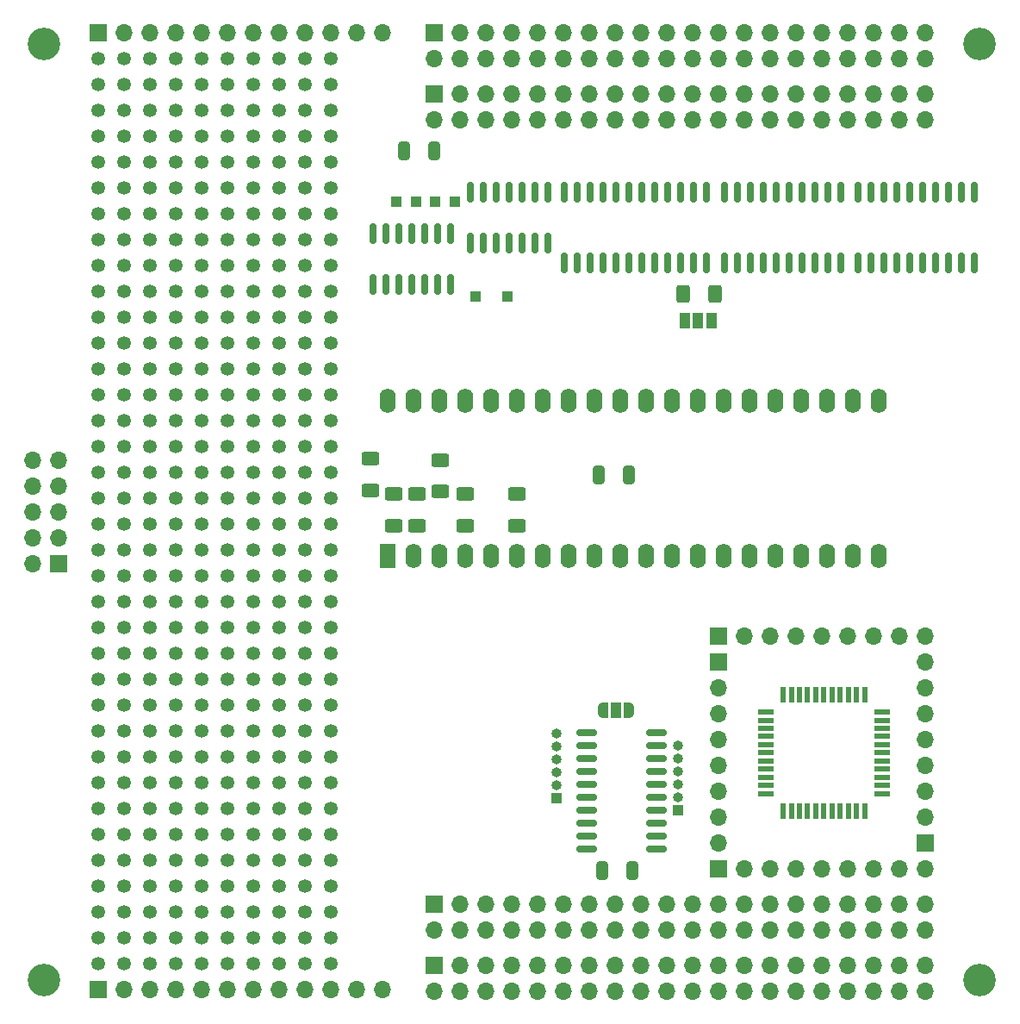
<source format=gbr>
%TF.GenerationSoftware,KiCad,Pcbnew,7.0.5-7.0.5~ubuntu20.04.1*%
%TF.CreationDate,2023-07-18T13:55:01+02:00*%
%TF.ProjectId,CPU6502_6802,43505536-3530-4325-9f36-3830322e6b69,rev?*%
%TF.SameCoordinates,Original*%
%TF.FileFunction,Soldermask,Top*%
%TF.FilePolarity,Negative*%
%FSLAX46Y46*%
G04 Gerber Fmt 4.6, Leading zero omitted, Abs format (unit mm)*
G04 Created by KiCad (PCBNEW 7.0.5-7.0.5~ubuntu20.04.1) date 2023-07-18 13:55:01*
%MOMM*%
%LPD*%
G01*
G04 APERTURE LIST*
G04 Aperture macros list*
%AMRoundRect*
0 Rectangle with rounded corners*
0 $1 Rounding radius*
0 $2 $3 $4 $5 $6 $7 $8 $9 X,Y pos of 4 corners*
0 Add a 4 corners polygon primitive as box body*
4,1,4,$2,$3,$4,$5,$6,$7,$8,$9,$2,$3,0*
0 Add four circle primitives for the rounded corners*
1,1,$1+$1,$2,$3*
1,1,$1+$1,$4,$5*
1,1,$1+$1,$6,$7*
1,1,$1+$1,$8,$9*
0 Add four rect primitives between the rounded corners*
20,1,$1+$1,$2,$3,$4,$5,0*
20,1,$1+$1,$4,$5,$6,$7,0*
20,1,$1+$1,$6,$7,$8,$9,0*
20,1,$1+$1,$8,$9,$2,$3,0*%
%AMFreePoly0*
4,1,19,0.550000,-0.750000,0.000000,-0.750000,0.000000,-0.744911,-0.071157,-0.744911,-0.207708,-0.704816,-0.327430,-0.627875,-0.420627,-0.520320,-0.479746,-0.390866,-0.500000,-0.250000,-0.500000,0.250000,-0.479746,0.390866,-0.420627,0.520320,-0.327430,0.627875,-0.207708,0.704816,-0.071157,0.744911,0.000000,0.744911,0.000000,0.750000,0.550000,0.750000,0.550000,-0.750000,0.550000,-0.750000,
$1*%
%AMFreePoly1*
4,1,19,0.000000,0.744911,0.071157,0.744911,0.207708,0.704816,0.327430,0.627875,0.420627,0.520320,0.479746,0.390866,0.500000,0.250000,0.500000,-0.250000,0.479746,-0.390866,0.420627,-0.520320,0.327430,-0.627875,0.207708,-0.704816,0.071157,-0.744911,0.000000,-0.744911,0.000000,-0.750000,-0.550000,-0.750000,-0.550000,0.750000,0.000000,0.750000,0.000000,0.744911,0.000000,0.744911,
$1*%
G04 Aperture macros list end*
%ADD10RoundRect,0.250000X-0.325000X-0.650000X0.325000X-0.650000X0.325000X0.650000X-0.325000X0.650000X0*%
%ADD11R,1.000000X1.000000*%
%ADD12R,1.700000X1.700000*%
%ADD13O,1.700000X1.700000*%
%ADD14RoundRect,0.150000X0.150000X-0.837500X0.150000X0.837500X-0.150000X0.837500X-0.150000X-0.837500X0*%
%ADD15C,1.350000*%
%ADD16RoundRect,0.150000X-0.150000X0.837500X-0.150000X-0.837500X0.150000X-0.837500X0.150000X0.837500X0*%
%ADD17O,1.000000X1.000000*%
%ADD18RoundRect,0.250000X-0.625000X0.400000X-0.625000X-0.400000X0.625000X-0.400000X0.625000X0.400000X0*%
%ADD19RoundRect,0.250000X0.625000X-0.400000X0.625000X0.400000X-0.625000X0.400000X-0.625000X-0.400000X0*%
%ADD20RoundRect,0.250000X0.325000X0.650000X-0.325000X0.650000X-0.325000X-0.650000X0.325000X-0.650000X0*%
%ADD21RoundRect,0.150000X0.837500X0.150000X-0.837500X0.150000X-0.837500X-0.150000X0.837500X-0.150000X0*%
%ADD22R,1.600000X2.400000*%
%ADD23O,1.600000X2.400000*%
%ADD24FreePoly0,180.000000*%
%ADD25R,1.000000X1.500000*%
%ADD26FreePoly1,180.000000*%
%ADD27RoundRect,0.150000X0.150000X-0.825000X0.150000X0.825000X-0.150000X0.825000X-0.150000X-0.825000X0*%
%ADD28C,3.200000*%
%ADD29RoundRect,0.250000X0.400000X0.625000X-0.400000X0.625000X-0.400000X-0.625000X0.400000X-0.625000X0*%
%ADD30R,0.550000X1.500000*%
%ADD31R,1.500000X0.550000*%
G04 APERTURE END LIST*
D10*
%TO.C,C5*%
X155878000Y-91694000D03*
X158828000Y-91694000D03*
%TD*%
D11*
%TO.C,J10*%
X146939000Y-74168000D03*
%TD*%
D12*
%TO.C,J8*%
X167640000Y-130389005D03*
D13*
X170180000Y-130389005D03*
X172720000Y-130389005D03*
X175260000Y-130389005D03*
X177800000Y-130389005D03*
X180340000Y-130389005D03*
X182880000Y-130389005D03*
X185420000Y-130389005D03*
X187960000Y-130389005D03*
%TD*%
D14*
%TO.C,U2*%
X168249600Y-70866000D03*
X169519600Y-70866000D03*
X170789600Y-70866000D03*
X172059600Y-70866000D03*
X173329600Y-70866000D03*
X174599600Y-70866000D03*
X175869600Y-70866000D03*
X177139600Y-70866000D03*
X178409600Y-70866000D03*
X179679600Y-70866000D03*
X179679600Y-63941000D03*
X178409600Y-63941000D03*
X177139600Y-63941000D03*
X175869600Y-63941000D03*
X174599600Y-63941000D03*
X173329600Y-63941000D03*
X172059600Y-63941000D03*
X170789600Y-63941000D03*
X169519600Y-63941000D03*
X168249600Y-63941000D03*
%TD*%
D15*
%TO.C,J26*%
X129540000Y-139700000D03*
X129540000Y-137160000D03*
X129540000Y-134620000D03*
X129540000Y-132080000D03*
X129540000Y-129540000D03*
X129540000Y-127000000D03*
X129540000Y-124460000D03*
X129540000Y-121920000D03*
X129540000Y-119380000D03*
X129540000Y-116840000D03*
X129540000Y-114300000D03*
X129540000Y-111760000D03*
X129540000Y-109220000D03*
X129540000Y-106680000D03*
X129540000Y-104140000D03*
X129540000Y-101600000D03*
X129540000Y-99060000D03*
X129540000Y-96520000D03*
X129540000Y-93980000D03*
X129540000Y-91440000D03*
X129540000Y-88900000D03*
X129540000Y-86360000D03*
X129540000Y-83820000D03*
X129540000Y-81280000D03*
X129540000Y-78740000D03*
X129540000Y-76200000D03*
X129540000Y-73660000D03*
X129540000Y-71120000D03*
X129540000Y-68580000D03*
X129540000Y-66040000D03*
X129540000Y-63500000D03*
X129540000Y-60960000D03*
X129540000Y-58420000D03*
X129540000Y-55880000D03*
X129540000Y-53340000D03*
X129540000Y-50800000D03*
X127000000Y-50800000D03*
X127000000Y-53340000D03*
X127000000Y-55880000D03*
X127000000Y-58420000D03*
X127000000Y-60960000D03*
X127000000Y-63500000D03*
X127000000Y-66040000D03*
X127000000Y-68580000D03*
X127000000Y-71120000D03*
X127000000Y-73660000D03*
X127000000Y-76200000D03*
X127000000Y-78740000D03*
X127000000Y-81280000D03*
X127000000Y-83820000D03*
X127000000Y-86360000D03*
X127000000Y-88900000D03*
X127000000Y-91440000D03*
X127000000Y-93980000D03*
X127000000Y-96520000D03*
X127000000Y-99060000D03*
X127000000Y-101600000D03*
X127000000Y-104140000D03*
X127000000Y-106680000D03*
X127000000Y-109220000D03*
X127000000Y-111760000D03*
X127000000Y-114300000D03*
X127000000Y-116840000D03*
X127000000Y-119380000D03*
X127000000Y-121920000D03*
X127000000Y-124460000D03*
X127000000Y-127000000D03*
X127000000Y-129540000D03*
X127000000Y-132080000D03*
X127000000Y-134620000D03*
X127000000Y-137160000D03*
X127000000Y-139700000D03*
%TD*%
D12*
%TO.C,J1*%
X139700000Y-48303005D03*
D13*
X139700000Y-50843005D03*
X142240000Y-48303005D03*
X142240000Y-50843005D03*
X144780000Y-48303005D03*
X144780000Y-50843005D03*
X147320000Y-48303005D03*
X147320000Y-50843005D03*
X149860000Y-48303005D03*
X149860000Y-50843005D03*
X152400000Y-48303005D03*
X152400000Y-50843005D03*
X154940000Y-48303005D03*
X154940000Y-50843005D03*
X157480000Y-48303005D03*
X157480000Y-50843005D03*
X160020000Y-48303005D03*
X160020000Y-50843005D03*
X162560000Y-48303005D03*
X162560000Y-50843005D03*
X165100000Y-48303005D03*
X165100000Y-50843005D03*
X167640000Y-48303005D03*
X167640000Y-50843005D03*
X170180000Y-48303005D03*
X170180000Y-50843005D03*
X172720000Y-48303005D03*
X172720000Y-50843005D03*
X175260000Y-48303005D03*
X175260000Y-50843005D03*
X177800000Y-48303005D03*
X177800000Y-50843005D03*
X180340000Y-48303005D03*
X180340000Y-50843005D03*
X182880000Y-48303005D03*
X182880000Y-50843005D03*
X185420000Y-48303005D03*
X185420000Y-50843005D03*
X187960000Y-48303005D03*
X187960000Y-50843005D03*
%TD*%
D14*
%TO.C,U3*%
X181406800Y-70849800D03*
X182676800Y-70849800D03*
X183946800Y-70849800D03*
X185216800Y-70849800D03*
X186486800Y-70849800D03*
X187756800Y-70849800D03*
X189026800Y-70849800D03*
X190296800Y-70849800D03*
X191566800Y-70849800D03*
X192836800Y-70849800D03*
X192836800Y-63924800D03*
X191566800Y-63924800D03*
X190296800Y-63924800D03*
X189026800Y-63924800D03*
X187756800Y-63924800D03*
X186486800Y-63924800D03*
X185216800Y-63924800D03*
X183946800Y-63924800D03*
X182676800Y-63924800D03*
X181406800Y-63924800D03*
%TD*%
D16*
%TO.C,U5*%
X166522400Y-63957200D03*
X165252400Y-63957200D03*
X163982400Y-63957200D03*
X162712400Y-63957200D03*
X161442400Y-63957200D03*
X160172400Y-63957200D03*
X158902400Y-63957200D03*
X157632400Y-63957200D03*
X156362400Y-63957200D03*
X155092400Y-63957200D03*
X153822400Y-63957200D03*
X152552400Y-63957200D03*
X152552400Y-70882200D03*
X153822400Y-70882200D03*
X155092400Y-70882200D03*
X156362400Y-70882200D03*
X157632400Y-70882200D03*
X158902400Y-70882200D03*
X160172400Y-70882200D03*
X161442400Y-70882200D03*
X162712400Y-70882200D03*
X163982400Y-70882200D03*
X165252400Y-70882200D03*
X166522400Y-70882200D03*
%TD*%
D11*
%TO.C,J31*%
X163677600Y-124663200D03*
D17*
X163677600Y-123393200D03*
X163677600Y-122123200D03*
X163677600Y-120853200D03*
X163677600Y-119583200D03*
X163677600Y-118313200D03*
%TD*%
D18*
%TO.C,R3*%
X138049000Y-93573000D03*
X138049000Y-96673000D03*
%TD*%
D19*
%TO.C,R4*%
X133477000Y-93218000D03*
X133477000Y-90118000D03*
%TD*%
D12*
%TO.C,J5*%
X167640000Y-107529005D03*
D13*
X170180000Y-107529005D03*
X172720000Y-107529005D03*
X175260000Y-107529005D03*
X177800000Y-107529005D03*
X180340000Y-107529005D03*
X182880000Y-107529005D03*
X185420000Y-107529005D03*
X187960000Y-107529005D03*
%TD*%
D12*
%TO.C,J4*%
X139700000Y-133849005D03*
D13*
X139700000Y-136389005D03*
X142240000Y-133849005D03*
X142240000Y-136389005D03*
X144780000Y-133849005D03*
X144780000Y-136389005D03*
X147320000Y-133849005D03*
X147320000Y-136389005D03*
X149860000Y-133849005D03*
X149860000Y-136389005D03*
X152400000Y-133849005D03*
X152400000Y-136389005D03*
X154940000Y-133849005D03*
X154940000Y-136389005D03*
X157480000Y-133849005D03*
X157480000Y-136389005D03*
X160020000Y-133849005D03*
X160020000Y-136389005D03*
X162560000Y-133849005D03*
X162560000Y-136389005D03*
X165100000Y-133849005D03*
X165100000Y-136389005D03*
X167640000Y-133849005D03*
X167640000Y-136389005D03*
X170180000Y-133849005D03*
X170180000Y-136389005D03*
X172720000Y-133849005D03*
X172720000Y-136389005D03*
X175260000Y-133849005D03*
X175260000Y-136389005D03*
X177800000Y-133849005D03*
X177800000Y-136389005D03*
X180340000Y-133849005D03*
X180340000Y-136389005D03*
X182880000Y-133849005D03*
X182880000Y-136389005D03*
X185420000Y-133849005D03*
X185420000Y-136389005D03*
X187960000Y-133849005D03*
X187960000Y-136389005D03*
%TD*%
D20*
%TO.C,C4*%
X159210800Y-130606800D03*
X156260800Y-130606800D03*
%TD*%
D15*
%TO.C,J24*%
X119380000Y-139700000D03*
X119380000Y-137160000D03*
X119380000Y-134620000D03*
X119380000Y-132080000D03*
X119380000Y-129540000D03*
X119380000Y-127000000D03*
X119380000Y-124460000D03*
X119380000Y-121920000D03*
X119380000Y-119380000D03*
X119380000Y-116840000D03*
X119380000Y-114300000D03*
X119380000Y-111760000D03*
X119380000Y-109220000D03*
X119380000Y-106680000D03*
X119380000Y-104140000D03*
X119380000Y-101600000D03*
X119380000Y-99060000D03*
X119380000Y-96520000D03*
X119380000Y-93980000D03*
X119380000Y-91440000D03*
X119380000Y-88900000D03*
X119380000Y-86360000D03*
X119380000Y-83820000D03*
X119380000Y-81280000D03*
X119380000Y-78740000D03*
X119380000Y-76200000D03*
X119380000Y-73660000D03*
X119380000Y-71120000D03*
X119380000Y-68580000D03*
X119380000Y-66040000D03*
X119380000Y-63500000D03*
X119380000Y-60960000D03*
X119380000Y-58420000D03*
X119380000Y-55880000D03*
X119380000Y-53340000D03*
X119380000Y-50800000D03*
X116840000Y-50800000D03*
X116840000Y-53340000D03*
X116840000Y-55880000D03*
X116840000Y-58420000D03*
X116840000Y-60960000D03*
X116840000Y-63500000D03*
X116840000Y-66040000D03*
X116840000Y-68580000D03*
X116840000Y-71120000D03*
X116840000Y-73660000D03*
X116840000Y-76200000D03*
X116840000Y-78740000D03*
X116840000Y-81280000D03*
X116840000Y-83820000D03*
X116840000Y-86360000D03*
X116840000Y-88900000D03*
X116840000Y-91440000D03*
X116840000Y-93980000D03*
X116840000Y-96520000D03*
X116840000Y-99060000D03*
X116840000Y-101600000D03*
X116840000Y-104140000D03*
X116840000Y-106680000D03*
X116840000Y-109220000D03*
X116840000Y-111760000D03*
X116840000Y-114300000D03*
X116840000Y-116840000D03*
X116840000Y-119380000D03*
X116840000Y-121920000D03*
X116840000Y-124460000D03*
X116840000Y-127000000D03*
X116840000Y-129540000D03*
X116840000Y-132080000D03*
X116840000Y-134620000D03*
X116840000Y-137160000D03*
X116840000Y-139700000D03*
%TD*%
D21*
%TO.C,U6*%
X161611000Y-128473200D03*
X161611000Y-127203200D03*
X161611000Y-125933200D03*
X161611000Y-124663200D03*
X161611000Y-123393200D03*
X161611000Y-122123200D03*
X161611000Y-120853200D03*
X161611000Y-119583200D03*
X161611000Y-118313200D03*
X161611000Y-117043200D03*
X154686000Y-117043200D03*
X154686000Y-118313200D03*
X154686000Y-119583200D03*
X154686000Y-120853200D03*
X154686000Y-122123200D03*
X154686000Y-123393200D03*
X154686000Y-124663200D03*
X154686000Y-125933200D03*
X154686000Y-127203200D03*
X154686000Y-128473200D03*
%TD*%
D22*
%TO.C,U7*%
X135128000Y-99695000D03*
D23*
X137668000Y-99695000D03*
X140208000Y-99695000D03*
X142748000Y-99695000D03*
X145288000Y-99695000D03*
X147828000Y-99695000D03*
X150368000Y-99695000D03*
X152908000Y-99695000D03*
X155448000Y-99695000D03*
X157988000Y-99695000D03*
X160528000Y-99695000D03*
X163068000Y-99695000D03*
X165608000Y-99695000D03*
X168148000Y-99695000D03*
X170688000Y-99695000D03*
X173228000Y-99695000D03*
X175768000Y-99695000D03*
X178308000Y-99695000D03*
X180848000Y-99695000D03*
X183388000Y-99695000D03*
X183388000Y-84455000D03*
X180848000Y-84455000D03*
X178308000Y-84455000D03*
X175768000Y-84455000D03*
X173228000Y-84455000D03*
X170688000Y-84455000D03*
X168148000Y-84455000D03*
X165608000Y-84455000D03*
X163068000Y-84455000D03*
X160528000Y-84455000D03*
X157988000Y-84455000D03*
X155448000Y-84455000D03*
X152908000Y-84455000D03*
X150368000Y-84455000D03*
X147828000Y-84455000D03*
X145288000Y-84455000D03*
X142748000Y-84455000D03*
X140208000Y-84455000D03*
X137668000Y-84455000D03*
X135128000Y-84455000D03*
%TD*%
D11*
%TO.C,J11*%
X143764000Y-74168000D03*
%TD*%
D24*
%TO.C,JP7*%
X158907000Y-114808000D03*
D25*
X157607000Y-114808000D03*
D26*
X156307000Y-114808000D03*
%TD*%
D11*
%TO.C,J15*%
X137922000Y-64897000D03*
%TD*%
D12*
%TO.C,J20*%
X106680000Y-142240000D03*
D13*
X109220000Y-142240000D03*
X111760000Y-142240000D03*
X114300000Y-142240000D03*
X116840000Y-142240000D03*
X119380000Y-142240000D03*
X121920000Y-142240000D03*
X124460000Y-142240000D03*
X127000000Y-142240000D03*
X129540000Y-142240000D03*
X132080000Y-142240000D03*
X134620000Y-142240000D03*
%TD*%
D15*
%TO.C,J25*%
X124460000Y-139700000D03*
X124460000Y-137160000D03*
X124460000Y-134620000D03*
X124460000Y-132080000D03*
X124460000Y-129540000D03*
X124460000Y-127000000D03*
X124460000Y-124460000D03*
X124460000Y-121920000D03*
X124460000Y-119380000D03*
X124460000Y-116840000D03*
X124460000Y-114300000D03*
X124460000Y-111760000D03*
X124460000Y-109220000D03*
X124460000Y-106680000D03*
X124460000Y-104140000D03*
X124460000Y-101600000D03*
X124460000Y-99060000D03*
X124460000Y-96520000D03*
X124460000Y-93980000D03*
X124460000Y-91440000D03*
X124460000Y-88900000D03*
X124460000Y-86360000D03*
X124460000Y-83820000D03*
X124460000Y-81280000D03*
X124460000Y-78740000D03*
X124460000Y-76200000D03*
X124460000Y-73660000D03*
X124460000Y-71120000D03*
X124460000Y-68580000D03*
X124460000Y-66040000D03*
X124460000Y-63500000D03*
X124460000Y-60960000D03*
X124460000Y-58420000D03*
X124460000Y-55880000D03*
X124460000Y-53340000D03*
X124460000Y-50800000D03*
X121920000Y-50800000D03*
X121920000Y-53340000D03*
X121920000Y-55880000D03*
X121920000Y-58420000D03*
X121920000Y-60960000D03*
X121920000Y-63500000D03*
X121920000Y-66040000D03*
X121920000Y-68580000D03*
X121920000Y-71120000D03*
X121920000Y-73660000D03*
X121920000Y-76200000D03*
X121920000Y-78740000D03*
X121920000Y-81280000D03*
X121920000Y-83820000D03*
X121920000Y-86360000D03*
X121920000Y-88900000D03*
X121920000Y-91440000D03*
X121920000Y-93980000D03*
X121920000Y-96520000D03*
X121920000Y-99060000D03*
X121920000Y-101600000D03*
X121920000Y-104140000D03*
X121920000Y-106680000D03*
X121920000Y-109220000D03*
X121920000Y-111760000D03*
X121920000Y-114300000D03*
X121920000Y-116840000D03*
X121920000Y-119380000D03*
X121920000Y-121920000D03*
X121920000Y-124460000D03*
X121920000Y-127000000D03*
X121920000Y-129540000D03*
X121920000Y-132080000D03*
X121920000Y-134620000D03*
X121920000Y-137160000D03*
X121920000Y-139700000D03*
%TD*%
D12*
%TO.C,J9*%
X102837000Y-100426000D03*
D13*
X100297000Y-100426000D03*
X102837000Y-97886000D03*
X100297000Y-97886000D03*
X102837000Y-95346000D03*
X100297000Y-95346000D03*
X102837000Y-92806000D03*
X100297000Y-92806000D03*
X102837000Y-90266000D03*
X100297000Y-90266000D03*
%TD*%
D19*
%TO.C,R7*%
X140335000Y-93345000D03*
X140335000Y-90245000D03*
%TD*%
D11*
%TO.C,J13*%
X136017000Y-64897000D03*
%TD*%
D12*
%TO.C,J2*%
X139700000Y-139849005D03*
D13*
X139700000Y-142389005D03*
X142240000Y-139849005D03*
X142240000Y-142389005D03*
X144780000Y-139849005D03*
X144780000Y-142389005D03*
X147320000Y-139849005D03*
X147320000Y-142389005D03*
X149860000Y-139849005D03*
X149860000Y-142389005D03*
X152400000Y-139849005D03*
X152400000Y-142389005D03*
X154940000Y-139849005D03*
X154940000Y-142389005D03*
X157480000Y-139849005D03*
X157480000Y-142389005D03*
X160020000Y-139849005D03*
X160020000Y-142389005D03*
X162560000Y-139849005D03*
X162560000Y-142389005D03*
X165100000Y-139849005D03*
X165100000Y-142389005D03*
X167640000Y-139849005D03*
X167640000Y-142389005D03*
X170180000Y-139849005D03*
X170180000Y-142389005D03*
X172720000Y-139849005D03*
X172720000Y-142389005D03*
X175260000Y-139849005D03*
X175260000Y-142389005D03*
X177800000Y-139849005D03*
X177800000Y-142389005D03*
X180340000Y-139849005D03*
X180340000Y-142389005D03*
X182880000Y-139849005D03*
X182880000Y-142389005D03*
X185420000Y-139849005D03*
X185420000Y-142389005D03*
X187960000Y-139849005D03*
X187960000Y-142389005D03*
%TD*%
D11*
%TO.C,J30*%
X151790400Y-123444000D03*
D17*
X151790400Y-122174000D03*
X151790400Y-120904000D03*
X151790400Y-119634000D03*
X151790400Y-118364000D03*
X151790400Y-117094000D03*
%TD*%
D12*
%TO.C,J6*%
X187960000Y-127849005D03*
D13*
X187960000Y-125309005D03*
X187960000Y-122769005D03*
X187960000Y-120229005D03*
X187960000Y-117689005D03*
X187960000Y-115149005D03*
X187960000Y-112609005D03*
X187960000Y-110069005D03*
%TD*%
D27*
%TO.C,U9*%
X133731000Y-72960000D03*
X135001000Y-72960000D03*
X136271000Y-72960000D03*
X137541000Y-72960000D03*
X138811000Y-72960000D03*
X140081000Y-72960000D03*
X141351000Y-72960000D03*
X141351000Y-68010000D03*
X140081000Y-68010000D03*
X138811000Y-68010000D03*
X137541000Y-68010000D03*
X136271000Y-68010000D03*
X135001000Y-68010000D03*
X133731000Y-68010000D03*
%TD*%
D11*
%TO.C,J14*%
X141732000Y-64897000D03*
%TD*%
D28*
%TO.C,H3*%
X193340000Y-49346005D03*
%TD*%
D25*
%TO.C,JP8*%
X164358800Y-76530200D03*
X165658800Y-76530200D03*
X166958800Y-76530200D03*
%TD*%
D15*
%TO.C,J23*%
X114300000Y-139700000D03*
X114300000Y-137160000D03*
X114300000Y-134620000D03*
X114300000Y-132080000D03*
X114300000Y-129540000D03*
X114300000Y-127000000D03*
X114300000Y-124460000D03*
X114300000Y-121920000D03*
X114300000Y-119380000D03*
X114300000Y-116840000D03*
X114300000Y-114300000D03*
X114300000Y-111760000D03*
X114300000Y-109220000D03*
X114300000Y-106680000D03*
X114300000Y-104140000D03*
X114300000Y-101600000D03*
X114300000Y-99060000D03*
X114300000Y-96520000D03*
X114300000Y-93980000D03*
X114300000Y-91440000D03*
X114300000Y-88900000D03*
X114300000Y-86360000D03*
X114300000Y-83820000D03*
X114300000Y-81280000D03*
X114300000Y-78740000D03*
X114300000Y-76200000D03*
X114300000Y-73660000D03*
X114300000Y-71120000D03*
X114300000Y-68580000D03*
X114300000Y-66040000D03*
X114300000Y-63500000D03*
X114300000Y-60960000D03*
X114300000Y-58420000D03*
X114300000Y-55880000D03*
X114300000Y-53340000D03*
X114300000Y-50800000D03*
X111760000Y-50800000D03*
X111760000Y-53340000D03*
X111760000Y-55880000D03*
X111760000Y-58420000D03*
X111760000Y-60960000D03*
X111760000Y-63500000D03*
X111760000Y-66040000D03*
X111760000Y-68580000D03*
X111760000Y-71120000D03*
X111760000Y-73660000D03*
X111760000Y-76200000D03*
X111760000Y-78740000D03*
X111760000Y-81280000D03*
X111760000Y-83820000D03*
X111760000Y-86360000D03*
X111760000Y-88900000D03*
X111760000Y-91440000D03*
X111760000Y-93980000D03*
X111760000Y-96520000D03*
X111760000Y-99060000D03*
X111760000Y-101600000D03*
X111760000Y-104140000D03*
X111760000Y-106680000D03*
X111760000Y-109220000D03*
X111760000Y-111760000D03*
X111760000Y-114300000D03*
X111760000Y-116840000D03*
X111760000Y-119380000D03*
X111760000Y-121920000D03*
X111760000Y-124460000D03*
X111760000Y-127000000D03*
X111760000Y-129540000D03*
X111760000Y-132080000D03*
X111760000Y-134620000D03*
X111760000Y-137160000D03*
X111760000Y-139700000D03*
%TD*%
D18*
%TO.C,R5*%
X147828000Y-93560000D03*
X147828000Y-96660000D03*
%TD*%
D27*
%TO.C,U8*%
X143256000Y-68896000D03*
X144526000Y-68896000D03*
X145796000Y-68896000D03*
X147066000Y-68896000D03*
X148336000Y-68896000D03*
X149606000Y-68896000D03*
X150876000Y-68896000D03*
X150876000Y-63946000D03*
X149606000Y-63946000D03*
X148336000Y-63946000D03*
X147066000Y-63946000D03*
X145796000Y-63946000D03*
X144526000Y-63946000D03*
X143256000Y-63946000D03*
%TD*%
D12*
%TO.C,J7*%
X167640000Y-110069005D03*
D13*
X167640000Y-112609005D03*
X167640000Y-115149005D03*
X167640000Y-117689005D03*
X167640000Y-120229005D03*
X167640000Y-122769005D03*
X167640000Y-125309005D03*
X167640000Y-127849005D03*
%TD*%
D11*
%TO.C,J12*%
X139827000Y-64897000D03*
%TD*%
D12*
%TO.C,J3*%
X139700000Y-54303005D03*
D13*
X139700000Y-56843005D03*
X142240000Y-54303005D03*
X142240000Y-56843005D03*
X144780000Y-54303005D03*
X144780000Y-56843005D03*
X147320000Y-54303005D03*
X147320000Y-56843005D03*
X149860000Y-54303005D03*
X149860000Y-56843005D03*
X152400000Y-54303005D03*
X152400000Y-56843005D03*
X154940000Y-54303005D03*
X154940000Y-56843005D03*
X157480000Y-54303005D03*
X157480000Y-56843005D03*
X160020000Y-54303005D03*
X160020000Y-56843005D03*
X162560000Y-54303005D03*
X162560000Y-56843005D03*
X165100000Y-54303005D03*
X165100000Y-56843005D03*
X167640000Y-54303005D03*
X167640000Y-56843005D03*
X170180000Y-54303005D03*
X170180000Y-56843005D03*
X172720000Y-54303005D03*
X172720000Y-56843005D03*
X175260000Y-54303005D03*
X175260000Y-56843005D03*
X177800000Y-54303005D03*
X177800000Y-56843005D03*
X180340000Y-54303005D03*
X180340000Y-56843005D03*
X182880000Y-54303005D03*
X182880000Y-56843005D03*
X185420000Y-54303005D03*
X185420000Y-56843005D03*
X187960000Y-54303005D03*
X187960000Y-56843005D03*
%TD*%
D18*
%TO.C,R6*%
X142748000Y-93560000D03*
X142748000Y-96660000D03*
%TD*%
D29*
%TO.C,R2*%
X167335800Y-73939400D03*
X164235800Y-73939400D03*
%TD*%
D28*
%TO.C,H1*%
X101340000Y-49346005D03*
%TD*%
D30*
%TO.C,U1*%
X174029000Y-124694805D03*
X174829000Y-124694805D03*
X175629000Y-124694805D03*
X176429000Y-124694805D03*
X177229000Y-124694805D03*
X178029000Y-124694805D03*
X178829000Y-124694805D03*
X179629000Y-124694805D03*
X180429000Y-124694805D03*
X181229000Y-124694805D03*
X182029000Y-124694805D03*
D31*
X183729000Y-122994805D03*
X183729000Y-122194805D03*
X183729000Y-121394805D03*
X183729000Y-120594805D03*
X183729000Y-119794805D03*
X183729000Y-118994805D03*
X183729000Y-118194805D03*
X183729000Y-117394805D03*
X183729000Y-116594805D03*
X183729000Y-115794805D03*
X183729000Y-114994805D03*
D30*
X182029000Y-113294805D03*
X181229000Y-113294805D03*
X180429000Y-113294805D03*
X179629000Y-113294805D03*
X178829000Y-113294805D03*
X178029000Y-113294805D03*
X177229000Y-113294805D03*
X176429000Y-113294805D03*
X175629000Y-113294805D03*
X174829000Y-113294805D03*
X174029000Y-113294805D03*
D31*
X172329000Y-114994805D03*
X172329000Y-115794805D03*
X172329000Y-116594805D03*
X172329000Y-117394805D03*
X172329000Y-118194805D03*
X172329000Y-118994805D03*
X172329000Y-119794805D03*
X172329000Y-120594805D03*
X172329000Y-121394805D03*
X172329000Y-122194805D03*
X172329000Y-122994805D03*
%TD*%
D28*
%TO.C,H2*%
X101340000Y-141346005D03*
%TD*%
D15*
%TO.C,J22*%
X109220000Y-139700000D03*
X109220000Y-137160000D03*
X109220000Y-134620000D03*
X109220000Y-132080000D03*
X109220000Y-129540000D03*
X109220000Y-127000000D03*
X109220000Y-124460000D03*
X109220000Y-121920000D03*
X109220000Y-119380000D03*
X109220000Y-116840000D03*
X109220000Y-114300000D03*
X109220000Y-111760000D03*
X109220000Y-109220000D03*
X109220000Y-106680000D03*
X109220000Y-104140000D03*
X109220000Y-101600000D03*
X109220000Y-99060000D03*
X109220000Y-96520000D03*
X109220000Y-93980000D03*
X109220000Y-91440000D03*
X109220000Y-88900000D03*
X109220000Y-86360000D03*
X109220000Y-83820000D03*
X109220000Y-81280000D03*
X109220000Y-78740000D03*
X109220000Y-76200000D03*
X109220000Y-73660000D03*
X109220000Y-71120000D03*
X109220000Y-68580000D03*
X109220000Y-66040000D03*
X109220000Y-63500000D03*
X109220000Y-60960000D03*
X109220000Y-58420000D03*
X109220000Y-55880000D03*
X109220000Y-53340000D03*
X109220000Y-50800000D03*
X106680000Y-50800000D03*
X106680000Y-53340000D03*
X106680000Y-55880000D03*
X106680000Y-58420000D03*
X106680000Y-60960000D03*
X106680000Y-63500000D03*
X106680000Y-66040000D03*
X106680000Y-68580000D03*
X106680000Y-71120000D03*
X106680000Y-73660000D03*
X106680000Y-76200000D03*
X106680000Y-78740000D03*
X106680000Y-81280000D03*
X106680000Y-83820000D03*
X106680000Y-86360000D03*
X106680000Y-88900000D03*
X106680000Y-91440000D03*
X106680000Y-93980000D03*
X106680000Y-96520000D03*
X106680000Y-99060000D03*
X106680000Y-101600000D03*
X106680000Y-104140000D03*
X106680000Y-106680000D03*
X106680000Y-109220000D03*
X106680000Y-111760000D03*
X106680000Y-114300000D03*
X106680000Y-116840000D03*
X106680000Y-119380000D03*
X106680000Y-121920000D03*
X106680000Y-124460000D03*
X106680000Y-127000000D03*
X106680000Y-129540000D03*
X106680000Y-132080000D03*
X106680000Y-134620000D03*
X106680000Y-137160000D03*
X106680000Y-139700000D03*
%TD*%
D20*
%TO.C,C1*%
X139703600Y-59893200D03*
X136753600Y-59893200D03*
%TD*%
D18*
%TO.C,R8*%
X135763000Y-93573000D03*
X135763000Y-96673000D03*
%TD*%
D12*
%TO.C,J21*%
X106680000Y-48260000D03*
D13*
X109220000Y-48260000D03*
X111760000Y-48260000D03*
X114300000Y-48260000D03*
X116840000Y-48260000D03*
X119380000Y-48260000D03*
X121920000Y-48260000D03*
X124460000Y-48260000D03*
X127000000Y-48260000D03*
X129540000Y-48260000D03*
X132080000Y-48260000D03*
X134620000Y-48260000D03*
%TD*%
D28*
%TO.C,H4*%
X193340000Y-141346005D03*
%TD*%
M02*

</source>
